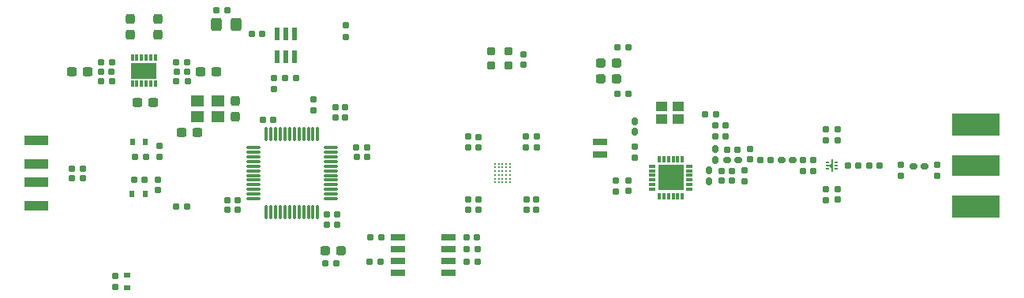
<source format=gtp>
G04 #@! TF.GenerationSoftware,KiCad,Pcbnew,(6.0.1)*
G04 #@! TF.CreationDate,2022-02-07T11:20:35+02:00*
G04 #@! TF.ProjectId,LoRaDongle_iCE40,4c6f5261-446f-46e6-976c-655f69434534,1.0*
G04 #@! TF.SameCoordinates,Original*
G04 #@! TF.FileFunction,Paste,Top*
G04 #@! TF.FilePolarity,Positive*
%FSLAX46Y46*%
G04 Gerber Fmt 4.6, Leading zero omitted, Abs format (unit mm)*
G04 Created by KiCad (PCBNEW (6.0.1)) date 2022-02-07 11:20:35*
%MOMM*%
%LPD*%
G01*
G04 APERTURE LIST*
G04 Aperture macros list*
%AMRoundRect*
0 Rectangle with rounded corners*
0 $1 Rounding radius*
0 $2 $3 $4 $5 $6 $7 $8 $9 X,Y pos of 4 corners*
0 Add a 4 corners polygon primitive as box body*
4,1,4,$2,$3,$4,$5,$6,$7,$8,$9,$2,$3,0*
0 Add four circle primitives for the rounded corners*
1,1,$1+$1,$2,$3*
1,1,$1+$1,$4,$5*
1,1,$1+$1,$6,$7*
1,1,$1+$1,$8,$9*
0 Add four rect primitives between the rounded corners*
20,1,$1+$1,$2,$3,$4,$5,0*
20,1,$1+$1,$4,$5,$6,$7,0*
20,1,$1+$1,$6,$7,$8,$9,0*
20,1,$1+$1,$8,$9,$2,$3,0*%
G04 Aperture macros list end*
%ADD10RoundRect,0.160000X-0.160000X0.197500X-0.160000X-0.197500X0.160000X-0.197500X0.160000X0.197500X0*%
%ADD11RoundRect,0.250000X0.325000X0.450000X-0.325000X0.450000X-0.325000X-0.450000X0.325000X-0.450000X0*%
%ADD12RoundRect,0.155000X-0.212500X-0.155000X0.212500X-0.155000X0.212500X0.155000X-0.212500X0.155000X0*%
%ADD13R,1.525000X0.650000*%
%ADD14RoundRect,0.155000X0.155000X-0.212500X0.155000X0.212500X-0.155000X0.212500X-0.155000X-0.212500X0*%
%ADD15RoundRect,0.155000X0.212500X0.155000X-0.212500X0.155000X-0.212500X-0.155000X0.212500X-0.155000X0*%
%ADD16RoundRect,0.160000X-0.197500X-0.160000X0.197500X-0.160000X0.197500X0.160000X-0.197500X0.160000X0*%
%ADD17RoundRect,0.160000X0.197500X0.160000X-0.197500X0.160000X-0.197500X-0.160000X0.197500X-0.160000X0*%
%ADD18R,0.600000X0.800000*%
%ADD19R,0.800000X0.600000*%
%ADD20RoundRect,0.155000X-0.155000X0.212500X-0.155000X-0.212500X0.155000X-0.212500X0.155000X0.212500X0*%
%ADD21R,2.500000X1.100000*%
%ADD22RoundRect,0.237500X-0.237500X0.300000X-0.237500X-0.300000X0.237500X-0.300000X0.237500X0.300000X0*%
%ADD23RoundRect,0.237500X0.300000X0.237500X-0.300000X0.237500X-0.300000X-0.237500X0.300000X-0.237500X0*%
%ADD24R,1.400000X1.200000*%
%ADD25RoundRect,0.160000X0.160000X-0.222500X0.160000X0.222500X-0.160000X0.222500X-0.160000X-0.222500X0*%
%ADD26RoundRect,0.160000X-0.160000X0.222500X-0.160000X-0.222500X0.160000X-0.222500X0.160000X0.222500X0*%
%ADD27RoundRect,0.160000X-0.222500X-0.160000X0.222500X-0.160000X0.222500X0.160000X-0.222500X0.160000X0*%
%ADD28R,0.330000X0.150000*%
%ADD29R,0.300000X0.800000*%
%ADD30R,0.800000X0.300000*%
%ADD31R,2.700000X2.700000*%
%ADD32R,1.600000X0.650000*%
%ADD33R,5.080000X2.286000*%
%ADD34R,5.080000X2.413000*%
%ADD35RoundRect,0.160000X0.160000X-0.197500X0.160000X0.197500X-0.160000X0.197500X-0.160000X-0.197500X0*%
%ADD36RoundRect,0.237500X0.237500X-0.287500X0.237500X0.287500X-0.237500X0.287500X-0.237500X-0.287500X0*%
%ADD37RoundRect,0.237500X-0.237500X0.287500X-0.237500X-0.287500X0.237500X-0.287500X0.237500X0.287500X0*%
%ADD38RoundRect,0.237500X-0.300000X-0.237500X0.300000X-0.237500X0.300000X0.237500X-0.300000X0.237500X0*%
%ADD39R,0.600000X1.400000*%
%ADD40RoundRect,0.075000X-0.662500X-0.075000X0.662500X-0.075000X0.662500X0.075000X-0.662500X0.075000X0*%
%ADD41RoundRect,0.075000X-0.075000X-0.662500X0.075000X-0.662500X0.075000X0.662500X-0.075000X0.662500X0*%
%ADD42R,0.300000X0.650000*%
%ADD43R,2.750000X1.750000*%
%ADD44RoundRect,0.200000X-0.250000X0.200000X-0.250000X-0.200000X0.250000X-0.200000X0.250000X0.200000X0*%
%ADD45C,0.208000*%
%ADD46RoundRect,0.237500X-0.287500X-0.237500X0.287500X-0.237500X0.287500X0.237500X-0.287500X0.237500X0*%
%ADD47R,1.150000X1.000000*%
%ADD48RoundRect,0.237500X0.287500X0.237500X-0.287500X0.237500X-0.287500X-0.237500X0.287500X-0.237500X0*%
G04 APERTURE END LIST*
G36*
X191477000Y-97340000D02*
G01*
X191327000Y-97340000D01*
X191327000Y-97055000D01*
X191477000Y-97055000D01*
X191477000Y-97340000D01*
G37*
G36*
X191477000Y-96325000D02*
G01*
X191327000Y-96440000D01*
X191327000Y-96040000D01*
X191477000Y-96040000D01*
X191477000Y-96325000D01*
G37*
G36*
X191152000Y-96765000D02*
G01*
X190752000Y-96765000D01*
X190752000Y-96615000D01*
X191152000Y-96615000D01*
X191152000Y-96765000D01*
G37*
G36*
X191532000Y-96525000D02*
G01*
X191532000Y-96855000D01*
X191477000Y-97055000D01*
X191327000Y-97055000D01*
X191327000Y-96940000D01*
X191152000Y-96765000D01*
X191152000Y-96615000D01*
X191240000Y-96528000D01*
X191327000Y-96440000D01*
X191477000Y-96325000D01*
X191532000Y-96525000D01*
G37*
D10*
X139250000Y-81652500D03*
X139250000Y-82847500D03*
D11*
X127475000Y-81550000D03*
X125425000Y-81550000D03*
D12*
X130382500Y-91750000D03*
X131517500Y-91750000D03*
D13*
X144878000Y-104417000D03*
X144878000Y-105687000D03*
X144878000Y-106957000D03*
X144878000Y-108227000D03*
X150302000Y-108227000D03*
X150302000Y-106957000D03*
X150302000Y-105687000D03*
X150302000Y-104417000D03*
D14*
X135840000Y-90747500D03*
X135840000Y-89612500D03*
D15*
X141567500Y-95750000D03*
X140432500Y-95750000D03*
D16*
X140382500Y-94720000D03*
X141577500Y-94720000D03*
D17*
X126597500Y-80000000D03*
X125402500Y-80000000D03*
X111097500Y-98000000D03*
X109902500Y-98000000D03*
X111097500Y-97000000D03*
X109902500Y-97000000D03*
D18*
X116400000Y-94150000D03*
X117800000Y-94150000D03*
D14*
X119150000Y-99317500D03*
X119150000Y-98182500D03*
D16*
X152202500Y-107000000D03*
X153397500Y-107000000D03*
X152202500Y-105670000D03*
X153397500Y-105670000D03*
D17*
X143057500Y-104410000D03*
X141862500Y-104410000D03*
D16*
X141805000Y-107000000D03*
X143000000Y-107000000D03*
X137035000Y-107195000D03*
X138230000Y-107195000D03*
D14*
X138210000Y-91537500D03*
X138210000Y-90402500D03*
D12*
X126542500Y-100380000D03*
X127677500Y-100380000D03*
D15*
X153337500Y-104400000D03*
X152202500Y-104400000D03*
D14*
X137250000Y-103047500D03*
X137250000Y-101912500D03*
D19*
X115824000Y-108448000D03*
X115824000Y-109848000D03*
D20*
X114580000Y-108562500D03*
X114580000Y-109697500D03*
D17*
X122263500Y-101092000D03*
X121068500Y-101092000D03*
D21*
X106050000Y-101000000D03*
X106050000Y-98500000D03*
X106050000Y-96500000D03*
X106050000Y-94000000D03*
D22*
X127400000Y-89737500D03*
X127400000Y-91462500D03*
D23*
X123362500Y-93100000D03*
X121637500Y-93100000D03*
D24*
X125552000Y-89724000D03*
X123352000Y-89724000D03*
X123352000Y-91424000D03*
X125552000Y-91424000D03*
D25*
X170250000Y-93072500D03*
X170250000Y-91927500D03*
D26*
X178920000Y-94932500D03*
X178920000Y-96077500D03*
D14*
X169620000Y-99437500D03*
X169620000Y-98302500D03*
D27*
X200147500Y-96790000D03*
X201292500Y-96790000D03*
D12*
X178852500Y-92390000D03*
X179987500Y-92390000D03*
D15*
X184857500Y-96090000D03*
X183722500Y-96090000D03*
D27*
X186003500Y-96090000D03*
X187148500Y-96090000D03*
D28*
X190917000Y-96340000D03*
X190917000Y-97040000D03*
X191887000Y-97040000D03*
X191887000Y-96690000D03*
X191887000Y-96340000D03*
D29*
X175370000Y-95990000D03*
X174870000Y-95990000D03*
X174370000Y-95990000D03*
X173870000Y-95990000D03*
X173370000Y-95990000D03*
X172870000Y-95990000D03*
D30*
X172120000Y-96740000D03*
X172120000Y-97240000D03*
X172120000Y-97740000D03*
X172120000Y-98240000D03*
X172120000Y-98740000D03*
X172120000Y-99240000D03*
D29*
X172870000Y-99990000D03*
X173370000Y-99990000D03*
X173870000Y-99990000D03*
X174370000Y-99990000D03*
X174870000Y-99990000D03*
X175370000Y-99990000D03*
D30*
X176120000Y-99240000D03*
X176120000Y-98740000D03*
X176120000Y-98240000D03*
X176120000Y-97740000D03*
X176120000Y-97240000D03*
X176120000Y-96740000D03*
D31*
X174120000Y-97990000D03*
D32*
X166520000Y-94115000D03*
X166520000Y-95465000D03*
D33*
X206820000Y-96690000D03*
D34*
X206820000Y-101071500D03*
X206820000Y-92308500D03*
D12*
X179552500Y-98290000D03*
X180687500Y-98290000D03*
D26*
X178220000Y-97217500D03*
X178220000Y-98362500D03*
D14*
X170250000Y-95817500D03*
X170250000Y-94682500D03*
D20*
X192028000Y-92802500D03*
X192028000Y-93937500D03*
D14*
X202720000Y-97757500D03*
X202720000Y-96622500D03*
D15*
X181301500Y-94990000D03*
X180166500Y-94990000D03*
D20*
X192028000Y-99222500D03*
X192028000Y-100357500D03*
D12*
X193120500Y-96690000D03*
X194255500Y-96690000D03*
X179552500Y-97290000D03*
X180687500Y-97290000D03*
D27*
X180161500Y-96090000D03*
X181306500Y-96090000D03*
D12*
X188294500Y-97290000D03*
X189429500Y-97290000D03*
X177832500Y-91190000D03*
X178967500Y-91190000D03*
D14*
X168220000Y-99457500D03*
X168220000Y-98322500D03*
D20*
X182020000Y-97222500D03*
X182020000Y-98357500D03*
D12*
X178852500Y-93590000D03*
X179987500Y-93590000D03*
D14*
X182610000Y-96037500D03*
X182610000Y-94902500D03*
D15*
X196541500Y-96686000D03*
X195406500Y-96686000D03*
D12*
X188294500Y-96090000D03*
X189429500Y-96090000D03*
D14*
X198820000Y-97757500D03*
X198820000Y-96622500D03*
D35*
X190728000Y-100387500D03*
X190728000Y-99192500D03*
X190728000Y-93987500D03*
X190728000Y-92792500D03*
D17*
X114185500Y-87626000D03*
X112990500Y-87626000D03*
D16*
X113000500Y-85586000D03*
X114195500Y-85586000D03*
D36*
X116188000Y-82663000D03*
X116188000Y-80913000D03*
D37*
X119126000Y-80913000D03*
X119126000Y-82663000D03*
D23*
X118618000Y-89916000D03*
X116893000Y-89916000D03*
D15*
X114145500Y-86616000D03*
X113010500Y-86616000D03*
D38*
X109875500Y-86596000D03*
X111600500Y-86596000D03*
D14*
X138350000Y-103047500D03*
X138350000Y-101912500D03*
D15*
X117817500Y-95720000D03*
X116682500Y-95720000D03*
D12*
X126542500Y-101430000D03*
X127677500Y-101430000D03*
X129182500Y-82510000D03*
X130317500Y-82510000D03*
D35*
X131570000Y-88497500D03*
X131570000Y-87302500D03*
D39*
X131870000Y-85030000D03*
X132820000Y-85030000D03*
X133770000Y-85030000D03*
X133770000Y-82530000D03*
X132820000Y-82530000D03*
X131870000Y-82530000D03*
D17*
X133947500Y-87300000D03*
X132752500Y-87300000D03*
D20*
X119250000Y-94582500D03*
X119250000Y-95717500D03*
D15*
X117717500Y-98210000D03*
X116582500Y-98210000D03*
D18*
X116350000Y-99750000D03*
X117750000Y-99750000D03*
D40*
X129337500Y-94750000D03*
X129337500Y-95250000D03*
X129337500Y-95750000D03*
X129337500Y-96250000D03*
X129337500Y-96750000D03*
X129337500Y-97250000D03*
X129337500Y-97750000D03*
X129337500Y-98250000D03*
X129337500Y-98750000D03*
X129337500Y-99250000D03*
X129337500Y-99750000D03*
X129337500Y-100250000D03*
D41*
X130750000Y-101662500D03*
X131250000Y-101662500D03*
X131750000Y-101662500D03*
X132250000Y-101662500D03*
X132750000Y-101662500D03*
X133250000Y-101662500D03*
X133750000Y-101662500D03*
X134250000Y-101662500D03*
X134750000Y-101662500D03*
X135250000Y-101662500D03*
X135750000Y-101662500D03*
X136250000Y-101662500D03*
D40*
X137662500Y-100250000D03*
X137662500Y-99750000D03*
X137662500Y-99250000D03*
X137662500Y-98750000D03*
X137662500Y-98250000D03*
X137662500Y-97750000D03*
X137662500Y-97250000D03*
X137662500Y-96750000D03*
X137662500Y-96250000D03*
X137662500Y-95750000D03*
X137662500Y-95250000D03*
X137662500Y-94750000D03*
D41*
X136250000Y-93337500D03*
X135750000Y-93337500D03*
X135250000Y-93337500D03*
X134750000Y-93337500D03*
X134250000Y-93337500D03*
X133750000Y-93337500D03*
X133250000Y-93337500D03*
X132750000Y-93337500D03*
X132250000Y-93337500D03*
X131750000Y-93337500D03*
X131250000Y-93337500D03*
X130750000Y-93337500D03*
D42*
X116368000Y-87916000D03*
X116868000Y-87916000D03*
X117368000Y-87916000D03*
X117868000Y-87916000D03*
X118368000Y-87916000D03*
X118868000Y-87916000D03*
X118868000Y-85116000D03*
X118368000Y-85116000D03*
X117868000Y-85116000D03*
X117368000Y-85116000D03*
X116868000Y-85116000D03*
X116368000Y-85116000D03*
D43*
X117618000Y-86516000D03*
D14*
X152390000Y-101455500D03*
X152390000Y-100320500D03*
X153528000Y-101455500D03*
X153528000Y-100320500D03*
X158650000Y-101427500D03*
X158650000Y-100292500D03*
D20*
X159796000Y-93576500D03*
X159796000Y-94711500D03*
X158360000Y-84752500D03*
X158360000Y-85887500D03*
D44*
X156735000Y-84445000D03*
X154885000Y-84445000D03*
X154885000Y-85895000D03*
X156735000Y-85895000D03*
D45*
X155270000Y-96490000D03*
X155670000Y-96490000D03*
X156070000Y-96490000D03*
X156470000Y-96490000D03*
X156870000Y-96490000D03*
X155270000Y-96890000D03*
X155670000Y-96890000D03*
X156070000Y-96890000D03*
X156470000Y-96890000D03*
X156870000Y-96890000D03*
X155270000Y-97290000D03*
X155670000Y-97290000D03*
X156070000Y-97290000D03*
X156470000Y-97290000D03*
X156870000Y-97290000D03*
X155270000Y-97690000D03*
X155670000Y-97690000D03*
X156070000Y-97690000D03*
X156470000Y-97690000D03*
X156870000Y-97690000D03*
X155270000Y-98090000D03*
X155670000Y-98090000D03*
X156070000Y-98090000D03*
X156470000Y-98090000D03*
X156870000Y-98090000D03*
X155270000Y-98490000D03*
X155670000Y-98490000D03*
X156070000Y-98490000D03*
X156470000Y-98490000D03*
X156870000Y-98490000D03*
D20*
X153518000Y-93606500D03*
X153518000Y-94741500D03*
X158608000Y-93576500D03*
X158608000Y-94711500D03*
X152430000Y-93581500D03*
X152430000Y-94716500D03*
D14*
X159662000Y-101427500D03*
X159662000Y-100292500D03*
D46*
X166585000Y-87350000D03*
X168335000Y-87350000D03*
X166585000Y-85650000D03*
X168335000Y-85650000D03*
D17*
X169597500Y-89000000D03*
X168402500Y-89000000D03*
X169597500Y-84000000D03*
X168402500Y-84000000D03*
D14*
X139210000Y-91537500D03*
X139210000Y-90402500D03*
D47*
X174875000Y-90300000D03*
X173125000Y-90300000D03*
X173125000Y-91700000D03*
X174875000Y-91700000D03*
D23*
X125400500Y-86646000D03*
X123675500Y-86646000D03*
D12*
X121132500Y-86600000D03*
X122267500Y-86600000D03*
D16*
X121102500Y-87600000D03*
X122297500Y-87600000D03*
D17*
X122265500Y-85600000D03*
X121070500Y-85600000D03*
D48*
X138782500Y-105860000D03*
X137032500Y-105860000D03*
M02*

</source>
